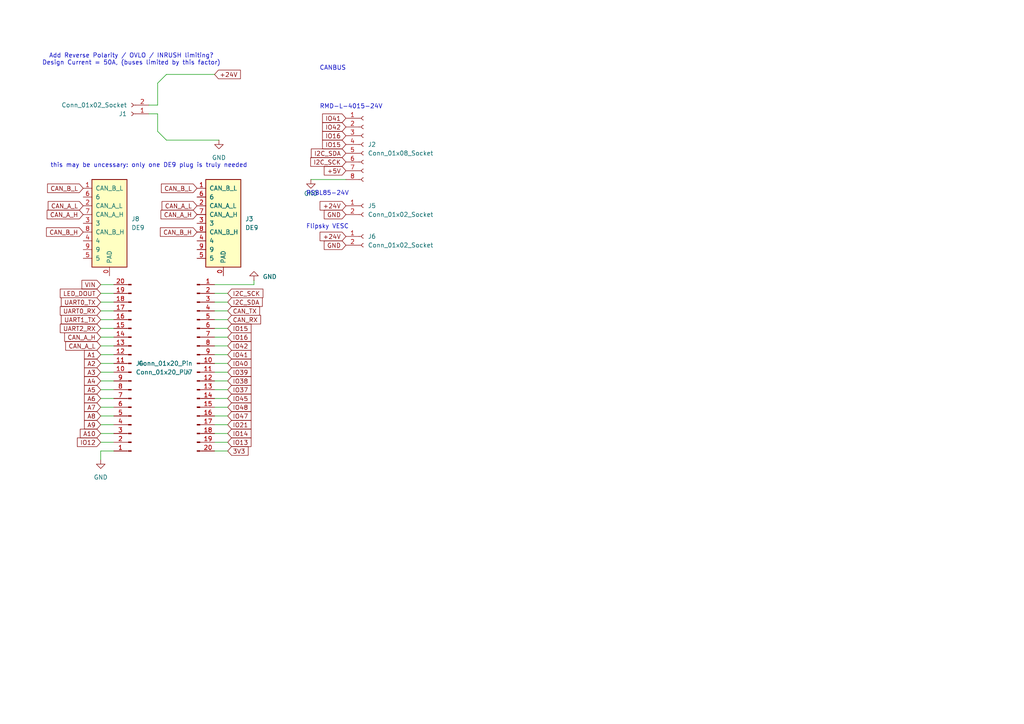
<source format=kicad_sch>
(kicad_sch (version 20250114) (generator "eeschema") (generator_version "9.0")
  (paper "A4")
  (lib_symbols
    (symbol "Connector:Conn_01x02_Socket" (pin_names (offset 1.016) (hide yes))
      (property "Reference" "J" (at 0 2.54 0))
      (property "Value" "Conn_01x02_Socket" (at 0 -5.08 0))
      (symbol "Conn_01x02_Socket_1_1"
        (polyline (pts (xy -1.27 0) (xy -0.508 0)) (stroke (width 0.1524)))
        (polyline (pts (xy -1.27 -2.54) (xy -0.508 -2.54)) (stroke (width 0.1524)))
        (arc (start 0 -0.508) (mid -0.5058 0) (end 0 0.508) (stroke (width 0.1524)))
        (arc (start 0 -3.048) (mid -0.5058 -2.54) (end 0 -2.032) (stroke (width 0.1524)))
        (pin passive line (at -5.08 0 0) (length 3.81) (name "Pin_1") (number "1"))
        (pin passive line (at -5.08 -2.54 0) (length 3.81) (name "Pin_2") (number "2"))
      )
    )
    (symbol "Connector:Conn_01x08_Socket" (pin_names (offset 1.016) (hide yes))
      (property "Reference" "J" (at 0 10.16 0))
      (property "Value" "Conn_01x08_Socket" (at 0 -12.7 0))
      (symbol "Conn_01x08_Socket_1_1"
        (polyline (pts (xy -1.27 7.62) (xy -0.508 7.62)) (stroke (width 0.1524)))
        (polyline (pts (xy -1.27 5.08) (xy -0.508 5.08)) (stroke (width 0.1524)))
        (polyline (pts (xy -1.27 2.54) (xy -0.508 2.54)) (stroke (width 0.1524)))
        (polyline (pts (xy -1.27 0) (xy -0.508 0)) (stroke (width 0.1524)))
        (polyline (pts (xy -1.27 -2.54) (xy -0.508 -2.54)) (stroke (width 0.1524)))
        (polyline (pts (xy -1.27 -5.08) (xy -0.508 -5.08)) (stroke (width 0.1524)))
        (polyline (pts (xy -1.27 -7.62) (xy -0.508 -7.62)) (stroke (width 0.1524)))
        (polyline (pts (xy -1.27 -10.16) (xy -0.508 -10.16)) (stroke (width 0.1524)))
        (arc (start 0 7.112) (mid -0.5058 7.62) (end 0 8.128) (stroke (width 0.1524)))
        (arc (start 0 4.572) (mid -0.5058 5.08) (end 0 5.588) (stroke (width 0.1524)))
        (arc (start 0 2.032) (mid -0.5058 2.54) (end 0 3.048) (stroke (width 0.1524)))
        (arc (start 0 -0.508) (mid -0.5058 0) (end 0 0.508) (stroke (width 0.1524)))
        (arc (start 0 -3.048) (mid -0.5058 -2.54) (end 0 -2.032) (stroke (width 0.1524)))
        (arc (start 0 -5.588) (mid -0.5058 -5.08) (end 0 -4.572) (stroke (width 0.1524)))
        (arc (start 0 -8.128) (mid -0.5058 -7.62) (end 0 -7.112) (stroke (width 0.1524)))
        (arc (start 0 -10.668) (mid -0.5058 -10.16) (end 0 -9.652) (stroke (width 0.1524)))
        (pin passive line (at -5.08 7.62 0) (length 3.81) (name "Pin_1") (number "1"))
        (pin passive line (at -5.08 5.08 0) (length 3.81) (name "Pin_2") (number "2"))
        (pin passive line (at -5.08 2.54 0) (length 3.81) (name "Pin_3") (number "3"))
        (pin passive line (at -5.08 0 0) (length 3.81) (name "Pin_4") (number "4"))
        (pin passive line (at -5.08 -2.54 0) (length 3.81) (name "Pin_5") (number "5"))
        (pin passive line (at -5.08 -5.08 0) (length 3.81) (name "Pin_6") (number "6"))
        (pin passive line (at -5.08 -7.62 0) (length 3.81) (name "Pin_7") (number "7"))
        (pin passive line (at -5.08 -10.16 0) (length 3.81) (name "Pin_8") (number "8"))
      )
    )
    (symbol "Connector:Conn_01x20_Pin" (pin_names (offset 1.016) (hide yes))
      (property "Reference" "J" (at 0 25.4 0))
      (property "Value" "Conn_01x20_Pin" (at 0 -27.94 0))
      (symbol "Conn_01x20_Pin_1_1"
        (rectangle (start 0.8636 22.987) (end 0 22.733) (stroke (width 0.1524)) (fill (type outline)))
        (rectangle (start 0.8636 20.447) (end 0 20.193) (stroke (width 0.1524)) (fill (type outline)))
        (rectangle (start 0.8636 17.907) (end 0 17.653) (stroke (width 0.1524)) (fill (type outline)))
        (rectangle (start 0.8636 15.367) (end 0 15.113) (stroke (width 0.1524)) (fill (type outline)))
        (rectangle (start 0.8636 12.827) (end 0 12.573) (stroke (width 0.1524)) (fill (type outline)))
        (rectangle (start 0.8636 10.287) (end 0 10.033) (stroke (width 0.1524)) (fill (type outline)))
        (rectangle (start 0.8636 7.747) (end 0 7.493) (stroke (width 0.1524)) (fill (type outline)))
        (rectangle (start 0.8636 5.207) (end 0 4.953) (stroke (width 0.1524)) (fill (type outline)))
        (rectangle (start 0.8636 2.667) (end 0 2.413) (stroke (width 0.1524)) (fill (type outline)))
        (rectangle (start 0.8636 0.127) (end 0 -0.127) (stroke (width 0.1524)) (fill (type outline)))
        (rectangle (start 0.8636 -2.413) (end 0 -2.667) (stroke (width 0.1524)) (fill (type outline)))
        (rectangle (start 0.8636 -4.953) (end 0 -5.207) (stroke (width 0.1524)) (fill (type outline)))
        (rectangle (start 0.8636 -7.493) (end 0 -7.747) (stroke (width 0.1524)) (fill (type outline)))
        (rectangle (start 0.8636 -10.033) (end 0 -10.287) (stroke (width 0.1524)) (fill (type outline)))
        (rectangle (start 0.8636 -12.573) (end 0 -12.827) (stroke (width 0.1524)) (fill (type outline)))
        (rectangle (start 0.8636 -15.113) (end 0 -15.367) (stroke (width 0.1524)) (fill (type outline)))
        (rectangle (start 0.8636 -17.653) (end 0 -17.907) (stroke (width 0.1524)) (fill (type outline)))
        (rectangle (start 0.8636 -20.193) (end 0 -20.447) (stroke (width 0.1524)) (fill (type outline)))
        (rectangle (start 0.8636 -22.733) (end 0 -22.987) (stroke (width 0.1524)) (fill (type outline)))
        (rectangle (start 0.8636 -25.273) (end 0 -25.527) (stroke (width 0.1524)) (fill (type outline)))
        (polyline (pts (xy 1.27 22.86) (xy 0.8636 22.86)) (stroke (width 0.1524)))
        (polyline (pts (xy 1.27 20.32) (xy 0.8636 20.32)) (stroke (width 0.1524)))
        (polyline (pts (xy 1.27 17.78) (xy 0.8636 17.78)) (stroke (width 0.1524)))
        (polyline (pts (xy 1.27 15.24) (xy 0.8636 15.24)) (stroke (width 0.1524)))
        (polyline (pts (xy 1.27 12.7) (xy 0.8636 12.7)) (stroke (width 0.1524)))
        (polyline (pts (xy 1.27 10.16) (xy 0.8636 10.16)) (stroke (width 0.1524)))
        (polyline (pts (xy 1.27 7.62) (xy 0.8636 7.62)) (stroke (width 0.1524)))
        (polyline (pts (xy 1.27 5.08) (xy 0.8636 5.08)) (stroke (width 0.1524)))
        (polyline (pts (xy 1.27 2.54) (xy 0.8636 2.54)) (stroke (width 0.1524)))
        (polyline (pts (xy 1.27 0) (xy 0.8636 0)) (stroke (width 0.1524)))
        (polyline (pts (xy 1.27 -2.54) (xy 0.8636 -2.54)) (stroke (width 0.1524)))
        (polyline (pts (xy 1.27 -5.08) (xy 0.8636 -5.08)) (stroke (width 0.1524)))
        (polyline (pts (xy 1.27 -7.62) (xy 0.8636 -7.62)) (stroke (width 0.1524)))
        (polyline (pts (xy 1.27 -10.16) (xy 0.8636 -10.16)) (stroke (width 0.1524)))
        (polyline (pts (xy 1.27 -12.7) (xy 0.8636 -12.7)) (stroke (width 0.1524)))
        (polyline (pts (xy 1.27 -15.24) (xy 0.8636 -15.24)) (stroke (width 0.1524)))
        (polyline (pts (xy 1.27 -17.78) (xy 0.8636 -17.78)) (stroke (width 0.1524)))
        (polyline (pts (xy 1.27 -20.32) (xy 0.8636 -20.32)) (stroke (width 0.1524)))
        (polyline (pts (xy 1.27 -22.86) (xy 0.8636 -22.86)) (stroke (width 0.1524)))
        (polyline (pts (xy 1.27 -25.4) (xy 0.8636 -25.4)) (stroke (width 0.1524)))
        (pin passive line (at 5.08 22.86 180) (length 3.81) (name "Pin_1") (number "1"))
        (pin passive line (at 5.08 20.32 180) (length 3.81) (name "Pin_2") (number "2"))
        (pin passive line (at 5.08 17.78 180) (length 3.81) (name "Pin_3") (number "3"))
        (pin passive line (at 5.08 15.24 180) (length 3.81) (name "Pin_4") (number "4"))
        (pin passive line (at 5.08 12.7 180) (length 3.81) (name "Pin_5") (number "5"))
        (pin passive line (at 5.08 10.16 180) (length 3.81) (name "Pin_6") (number "6"))
        (pin passive line (at 5.08 7.62 180) (length 3.81) (name "Pin_7") (number "7"))
        (pin passive line (at 5.08 5.08 180) (length 3.81) (name "Pin_8") (number "8"))
        (pin passive line (at 5.08 2.54 180) (length 3.81) (name "Pin_9") (number "9"))
        (pin passive line (at 5.08 0 180) (length 3.81) (name "Pin_10") (number "10"))
        (pin passive line (at 5.08 -2.54 180) (length 3.81) (name "Pin_11") (number "11"))
        (pin passive line (at 5.08 -5.08 180) (length 3.81) (name "Pin_12") (number "12"))
        (pin passive line (at 5.08 -7.62 180) (length 3.81) (name "Pin_13") (number "13"))
        (pin passive line (at 5.08 -10.16 180) (length 3.81) (name "Pin_14") (number "14"))
        (pin passive line (at 5.08 -12.7 180) (length 3.81) (name "Pin_15") (number "15"))
        (pin passive line (at 5.08 -15.24 180) (length 3.81) (name "Pin_16") (number "16"))
        (pin passive line (at 5.08 -17.78 180) (length 3.81) (name "Pin_17") (number "17"))
        (pin passive line (at 5.08 -20.32 180) (length 3.81) (name "Pin_18") (number "18"))
        (pin passive line (at 5.08 -22.86 180) (length 3.81) (name "Pin_19") (number "19"))
        (pin passive line (at 5.08 -25.4 180) (length 3.81) (name "Pin_20") (number "20"))
      )
    )
    (symbol "Manufacturer_Connectors:A-DF_09_A/KG-T2S" (pin_names (offset 1.016))
      (property "Reference" "J" (at 0 16.51 0))
      (property "Value" "DE9" (at 0 14.605 0))
      (symbol "A-DF_09_A/KG-T2S_0_1"
        (polyline (pts (xy -5.08 12.7) (xy -5.08 -12.7) (xy 5.08 -12.7) (xy 5.08 12.7) (xy -5.08 12.7)) (stroke (width 0.254)) (fill (type background)))
      )
      (symbol "A-DF_09_A/KG-T2S_1_1"
        (pin passive line (at -7.62 10.16 0) (length 2.54) (name "1") (number "1") (alternate "CAN_B_L" passive line))
        (pin passive line (at -7.62 7.62 0) (length 2.54) (name "6") (number "6"))
        (pin passive line (at -7.62 5.08 0) (length 2.54) (name "2") (number "2") (alternate "CAN_A_L" passive line))
        (pin passive line (at -7.62 2.54 0) (length 2.54) (name "7") (number "7") (alternate "CAN_A_H" passive line))
        (pin passive line (at -7.62 0 0) (length 2.54) (name "3") (number "3"))
        (pin passive line (at -7.62 -2.54 0) (length 2.54) (name "8") (number "8") (alternate "CAN_B_H" passive line))
        (pin passive line (at -7.62 -5.08 0) (length 2.54) (name "4") (number "4"))
        (pin passive line (at -7.62 -7.62 0) (length 2.54) (name "9") (number "9"))
        (pin passive line (at -7.62 -10.16 0) (length 2.54) (name "5") (number "5"))
        (pin passive line (at 0 -15.24 90) (length 2.54) (name "PAD") (number "0"))
      )
    )
    (symbol "power:GND" (power) (pin_numbers (hide yes)) (pin_names (offset 0) (hide yes))
      (property "Value" "GND" (at 0 -3.81 0))
      (symbol "GND_0_1"
        (polyline (pts (xy 0 0) (xy 0 -1.27) (xy 1.27 -1.27) (xy 0 -2.54) (xy -1.27 -1.27) (xy 0 -1.27)))
      )
      (symbol "GND_1_1"
        (pin power_in line (at 0 0 270) (length 0) (name "~") (number "1"))
      )
    )
  )
  (text "this may be uncessary: only one DE9 plug is truly needed\n" (at 43.18 48.006 0) (effects (font (size 1.27 1.27))))
  (text "RMD-L-4015-24V\n" (at 101.854 30.988 0) (effects (font (size 1.27 1.27))))
  (text "Add Reverse Polarity / OVLO / INRUSH limiting?\nDesign Current = 50A, (buses limited by this factor)\n" (at 38.1 17.272 0) (effects (font (size 1.27 1.27))))
  (text "Flipsky VESC" (at 94.996 65.786 0) (effects (font (size 1.27 1.27))))
  (text "CANBUS\n" (at 96.52 19.812 0) (effects (font (size 1.27 1.27))))
  (text "RSBL85-24V" (at 94.996 56.134 0) (effects (font (size 1.27 1.27))))
  (bus_entry (at 45.72 38.1) (size 2.54 2.54))
  (bus_entry (at 48.26 21.59) (size -2.54 2.54))
  (wire (pts (xy 29.21 82.55) (xy 33.02 82.55)))
  (wire (pts (xy 29.21 130.81) (xy 33.02 130.81)))
  (wire (pts (xy 29.21 90.17) (xy 33.02 90.17)))
  (wire (pts (xy 66.04 105.41) (xy 62.23 105.41)))
  (wire (pts (xy 66.04 102.87) (xy 62.23 102.87)))
  (wire (pts (xy 29.21 125.73) (xy 33.02 125.73)))
  (wire (pts (xy 66.04 128.27) (xy 62.23 128.27)))
  (wire (pts (xy 66.04 123.19) (xy 62.23 123.19)))
  (wire (pts (xy 29.21 115.57) (xy 33.02 115.57)))
  (wire (pts (xy 66.04 100.33) (xy 62.23 100.33)))
  (wire (pts (xy 29.21 85.09) (xy 33.02 85.09)))
  (wire (pts (xy 73.66 81.28) (xy 73.66 82.55)))
  (wire (pts (xy 48.26 21.59) (xy 62.23 21.59)))
  (wire (pts (xy 66.04 87.63) (xy 62.23 87.63)))
  (wire (pts (xy 29.21 100.33) (xy 33.02 100.33)))
  (wire (pts (xy 66.04 125.73) (xy 62.23 125.73)))
  (wire (pts (xy 66.04 120.65) (xy 62.23 120.65)))
  (wire (pts (xy 45.72 24.13) (xy 45.72 30.48)))
  (wire (pts (xy 29.21 120.65) (xy 33.02 120.65)))
  (wire (pts (xy 48.26 40.64) (xy 63.5 40.64)))
  (wire (pts (xy 29.21 105.41) (xy 33.02 105.41)))
  (wire (pts (xy 66.04 130.81) (xy 62.23 130.81)))
  (wire (pts (xy 29.21 95.25) (xy 33.02 95.25)))
  (wire (pts (xy 43.18 33.02) (xy 45.72 33.02)))
  (wire (pts (xy 66.04 95.25) (xy 62.23 95.25)))
  (wire (pts (xy 29.21 92.71) (xy 33.02 92.71)))
  (wire (pts (xy 29.21 118.11) (xy 33.02 118.11)))
  (wire (pts (xy 45.72 33.02) (xy 45.72 38.1)))
  (wire (pts (xy 29.21 97.79) (xy 33.02 97.79)))
  (wire (pts (xy 29.21 87.63) (xy 33.02 87.63)))
  (wire (pts (xy 66.04 90.17) (xy 62.23 90.17)))
  (wire (pts (xy 29.21 102.87) (xy 33.02 102.87)))
  (wire (pts (xy 43.18 30.48) (xy 45.72 30.48)))
  (wire (pts (xy 29.21 130.81) (xy 29.21 133.35)))
  (wire (pts (xy 66.04 113.03) (xy 62.23 113.03)))
  (wire (pts (xy 66.04 92.71) (xy 62.23 92.71)))
  (wire (pts (xy 29.21 107.95) (xy 33.02 107.95)))
  (wire (pts (xy 66.04 97.79) (xy 62.23 97.79)))
  (wire (pts (xy 66.04 107.95) (xy 62.23 107.95)))
  (wire (pts (xy 66.04 118.11) (xy 62.23 118.11)))
  (wire (pts (xy 29.21 128.27) (xy 33.02 128.27)))
  (wire (pts (xy 66.04 85.09) (xy 62.23 85.09)))
  (wire (pts (xy 66.04 115.57) (xy 62.23 115.57)))
  (wire (pts (xy 29.21 113.03) (xy 33.02 113.03)))
  (wire (pts (xy 66.04 110.49) (xy 62.23 110.49)))
  (wire (pts (xy 90.17 52.07) (xy 100.33 52.07)))
  (wire (pts (xy 29.21 123.19) (xy 33.02 123.19)))
  (wire (pts (xy 62.23 82.55) (xy 73.66 82.55)))
  (wire (pts (xy 29.21 110.49) (xy 33.02 110.49)))
  (global_label "IO38" (shape input) (at 66.04 110.49 0) (property "Intersheetrefs" "${INTERSHEET_REFS}" (effects (hide yes))))
  (global_label "IO15" (shape input) (at 66.04 95.25 0) (property "Intersheetrefs" "${INTERSHEET_REFS}" (effects (hide yes))))
  (global_label "UART2_RX" (shape input) (at 29.21 95.25 180) (property "Intersheetrefs" "${INTERSHEET_REFS}" (effects (hide yes))))
  (global_label "A10" (shape input) (at 29.21 125.73 180) (property "Intersheetrefs" "${INTERSHEET_REFS}" (effects (hide yes))))
  (global_label "+24V" (shape input) (at 100.33 59.69 180) (property "Intersheetrefs" "${INTERSHEET_REFS}" (effects (hide yes))))
  (global_label "IO41" (shape input) (at 66.04 102.87 0) (property "Intersheetrefs" "${INTERSHEET_REFS}" (effects (hide yes))))
  (global_label "CAN_A_H" (shape input) (at 24.13 62.23 180) (property "Intersheetrefs" "${INTERSHEET_REFS}" (effects (hide yes))))
  (global_label "A6" (shape input) (at 29.21 115.57 180) (property "Intersheetrefs" "${INTERSHEET_REFS}" (effects (hide yes))))
  (global_label "GND" (shape input) (at 100.33 71.12 180) (property "Intersheetrefs" "${INTERSHEET_REFS}" (effects (hide yes))))
  (global_label "CAN_A_L" (shape input) (at 24.13 59.69 180) (property "Intersheetrefs" "${INTERSHEET_REFS}" (effects (hide yes))))
  (global_label "A2" (shape input) (at 29.21 105.41 180) (property "Intersheetrefs" "${INTERSHEET_REFS}" (effects (hide yes))))
  (global_label "+5V" (shape input) (at 100.33 49.53 180) (property "Intersheetrefs" "${INTERSHEET_REFS}" (effects (hide yes))))
  (global_label "IO39" (shape input) (at 66.04 107.95 0) (property "Intersheetrefs" "${INTERSHEET_REFS}" (effects (hide yes))))
  (global_label "I2C_SCK" (shape input) (at 100.33 46.99 180) (property "Intersheetrefs" "${INTERSHEET_REFS}" (effects (hide yes))))
  (global_label "I2C_SDA" (shape input) (at 66.04 87.63 0) (property "Intersheetrefs" "${INTERSHEET_REFS}" (effects (hide yes))))
  (global_label "IO12" (shape input) (at 29.21 128.27 180) (property "Intersheetrefs" "${INTERSHEET_REFS}" (effects (hide yes))))
  (global_label "CAN_RX" (shape input) (at 66.04 92.71 0) (property "Intersheetrefs" "${INTERSHEET_REFS}" (effects (hide yes))))
  (global_label "IO47" (shape input) (at 66.04 120.65 0) (property "Intersheetrefs" "${INTERSHEET_REFS}" (effects (hide yes))))
  (global_label "IO48" (shape input) (at 66.04 118.11 0) (property "Intersheetrefs" "${INTERSHEET_REFS}" (effects (hide yes))))
  (global_label "UART0_TX" (shape input) (at 29.21 87.63 180) (property "Intersheetrefs" "${INTERSHEET_REFS}" (effects (hide yes))))
  (global_label "CAN_A_L" (shape input) (at 57.15 59.69 180) (property "Intersheetrefs" "${INTERSHEET_REFS}" (effects (hide yes))))
  (global_label "+24V" (shape input) (at 62.23 21.59 0) (property "Intersheetrefs" "${INTERSHEET_REFS}" (effects (hide yes))))
  (global_label "LED_DOUT" (shape input) (at 29.21 85.09 180) (property "Intersheetrefs" "${INTERSHEET_REFS}" (effects (hide yes))))
  (global_label "IO15" (shape input) (at 100.33 41.91 180) (property "Intersheetrefs" "${INTERSHEET_REFS}" (effects (hide yes))))
  (global_label "IO41" (shape input) (at 100.33 34.29 180) (property "Intersheetrefs" "${INTERSHEET_REFS}" (effects (hide yes))))
  (global_label "CAN_A_H" (shape input) (at 29.21 97.79 180) (property "Intersheetrefs" "${INTERSHEET_REFS}" (effects (hide yes))))
  (global_label "IO42" (shape input) (at 100.33 36.83 180) (property "Intersheetrefs" "${INTERSHEET_REFS}" (effects (hide yes))))
  (global_label "I2C_SDA" (shape input) (at 100.33 44.45 180) (property "Intersheetrefs" "${INTERSHEET_REFS}" (effects (hide yes))))
  (global_label "+24V" (shape input) (at 100.33 68.58 180) (property "Intersheetrefs" "${INTERSHEET_REFS}" (effects (hide yes))))
  (global_label "3V3" (shape input) (at 66.04 130.81 0) (property "Intersheetrefs" "${INTERSHEET_REFS}" (effects (hide yes))))
  (global_label "CAN_B_H" (shape input) (at 57.15 67.31 180) (property "Intersheetrefs" "${INTERSHEET_REFS}" (effects (hide yes))))
  (global_label "CAN_A_L" (shape input) (at 29.21 100.33 180) (property "Intersheetrefs" "${INTERSHEET_REFS}" (effects (hide yes))))
  (global_label "A9" (shape input) (at 29.21 123.19 180) (property "Intersheetrefs" "${INTERSHEET_REFS}" (effects (hide yes))))
  (global_label "IO14" (shape input) (at 66.04 125.73 0) (property "Intersheetrefs" "${INTERSHEET_REFS}" (effects (hide yes))))
  (global_label "IO21" (shape input) (at 66.04 123.19 0) (property "Intersheetrefs" "${INTERSHEET_REFS}" (effects (hide yes))))
  (global_label "A3" (shape input) (at 29.21 107.95 180) (property "Intersheetrefs" "${INTERSHEET_REFS}" (effects (hide yes))))
  (global_label "GND" (shape input) (at 100.33 62.23 180) (property "Intersheetrefs" "${INTERSHEET_REFS}" (effects (hide yes))))
  (global_label "VIN" (shape input) (at 29.21 82.55 180) (property "Intersheetrefs" "${INTERSHEET_REFS}" (effects (hide yes))))
  (global_label "IO13" (shape input) (at 66.04 128.27 0) (property "Intersheetrefs" "${INTERSHEET_REFS}" (effects (hide yes))))
  (global_label "A5" (shape input) (at 29.21 113.03 180) (property "Intersheetrefs" "${INTERSHEET_REFS}" (effects (hide yes))))
  (global_label "UART1_TX" (shape input) (at 29.21 92.71 180) (property "Intersheetrefs" "${INTERSHEET_REFS}" (effects (hide yes))))
  (global_label "CAN_A_H" (shape input) (at 57.15 62.23 180) (property "Intersheetrefs" "${INTERSHEET_REFS}" (effects (hide yes))))
  (global_label "A1" (shape input) (at 29.21 102.87 180) (property "Intersheetrefs" "${INTERSHEET_REFS}" (effects (hide yes))))
  (global_label "CAN_B_H" (shape input) (at 24.13 67.31 180) (property "Intersheetrefs" "${INTERSHEET_REFS}" (effects (hide yes))))
  (global_label "CAN_TX" (shape input) (at 66.04 90.17 0) (property "Intersheetrefs" "${INTERSHEET_REFS}" (effects (hide yes))))
  (global_label "IO40" (shape input) (at 66.04 105.41 0) (property "Intersheetrefs" "${INTERSHEET_REFS}" (effects (hide yes))))
  (global_label "CAN_B_L" (shape input) (at 24.13 54.61 180) (property "Intersheetrefs" "${INTERSHEET_REFS}" (effects (hide yes))))
  (global_label "IO16" (shape input) (at 100.33 39.37 180) (property "Intersheetrefs" "${INTERSHEET_REFS}" (effects (hide yes))))
  (global_label "IO42" (shape input) (at 66.04 100.33 0) (property "Intersheetrefs" "${INTERSHEET_REFS}" (effects (hide yes))))
  (global_label "IO45" (shape input) (at 66.04 115.57 0) (property "Intersheetrefs" "${INTERSHEET_REFS}" (effects (hide yes))))
  (global_label "A4" (shape input) (at 29.21 110.49 180) (property "Intersheetrefs" "${INTERSHEET_REFS}" (effects (hide yes))))
  (global_label "IO37" (shape input) (at 66.04 113.03 0) (property "Intersheetrefs" "${INTERSHEET_REFS}" (effects (hide yes))))
  (global_label "IO16" (shape input) (at 66.04 97.79 0) (property "Intersheetrefs" "${INTERSHEET_REFS}" (effects (hide yes))))
  (global_label "A7" (shape input) (at 29.21 118.11 180) (property "Intersheetrefs" "${INTERSHEET_REFS}" (effects (hide yes))))
  (global_label "I2C_SCK" (shape input) (at 66.04 85.09 0) (property "Intersheetrefs" "${INTERSHEET_REFS}" (effects (hide yes))))
  (global_label "UART0_RX" (shape input) (at 29.21 90.17 180) (property "Intersheetrefs" "${INTERSHEET_REFS}" (effects (hide yes))))
  (global_label "A8" (shape input) (at 29.21 120.65 180) (property "Intersheetrefs" "${INTERSHEET_REFS}" (effects (hide yes))))
  (global_label "CAN_B_L" (shape input) (at 57.15 54.61 180) (property "Intersheetrefs" "${INTERSHEET_REFS}" (effects (hide yes))))
  (symbol (lib_id "power:GND") (at 73.66 81.28 180) (unit 1)
    (property "Reference" "#PWR03" (effects (hide yes)))
    (property "Value" "GND" (at 78.232 80.264 0))
    (property "Description" "Power symbol creates a global label with name \"GND\" , ground" (effects (hide yes)))
  )
  (symbol (lib_id "Connector:Conn_01x20_Pin") (at 57.15 105.41 0) (unit 1)
    (property "Reference" "J7" (at 55.88 107.9501 0) (effects (justify right)))
    (property "Value" "Conn_01x20_Pin" (at 55.88 105.4101 0) (effects (justify right)))
    (property "Footprint" "Connector_PinHeader_2.54mm:PinHeader_1x20_P2.54mm_Vertical" (effects (hide yes)))
    (property "Description" "Generic connector, single row, 01x20, script generated" (effects (hide yes)))
  )
  (symbol (lib_id "Connector:Conn_01x02_Socket") (at 105.41 68.58 0) (unit 1)
    (property "Reference" "J6" (at 106.68 68.5799 0) (effects (justify left)))
    (property "Value" "Conn_01x02_Socket" (at 106.68 71.1199 0) (effects (justify left)))
    (property "Footprint" "Connector_AMASS:AMASS_XT90PW-M_1x02_P10.90mm_Horizontal" (effects (hide yes)))
    (property "Description" "Generic connector, single row, 01x02, script generated" (effects (hide yes)))
  )
  (symbol (lib_id "power:GND") (at 90.17 52.07 0) (unit 1)
    (property "Reference" "#PWR04" (effects (hide yes)))
    (property "Value" "GND" (at 90.17 56.134 0))
    (property "Description" "Power symbol creates a global label with name \"GND\" , ground" (effects (hide yes)))
  )
  (symbol (lib_id "Connector:Conn_01x02_Socket") (at 105.41 59.69 0) (unit 1)
    (property "Reference" "J5" (at 106.68 59.6899 0) (effects (justify left)))
    (property "Value" "Conn_01x02_Socket" (at 106.68 62.2299 0) (effects (justify left)))
    (property "Footprint" "Connector_AMASS:AMASS_XT90PW-M_1x02_P10.90mm_Horizontal" (effects (hide yes)))
    (property "Description" "Generic connector, single row, 01x02, script generated" (effects (hide yes)))
  )
  (symbol (lib_id "Manufacturer_Connectors:A-DF_09_A/KG-T2S") (at 31.75 64.77 0) (unit 1)
    (property "Reference" "J8" (at 38.1 63.4999 0) (effects (justify left)))
    (property "Value" "DE9" (at 38.1 66.0399 0) (effects (justify left)))
    (property "Footprint" "THT:A-DF_09_A_KG-T2S" (effects (hide yes)))
    (property "Datasheet" "http://www.assmann-wsw.com/uploads/datasheets/ASS_4888_CO.pdf" (effects (hide yes)))
    (property "Description" "9-pin D-SUB connector, socket (female), Mounting Hole" (effects (hide yes)))
    (property "Supplier" "DigiKey" (effects (hide yes)))
    (property "Supplier Part No" "AE10921-ND" (effects (hide yes)))
    (property "Supplier Link" "https://www.digikey.com.au/en/products/detail/assmann-wsw-components/A-DF-09-A-KG-T2S/1241800" (effects (hide yes)))
    (pin "2" (alternate "CAN_A_L"))
    (pin "7" (alternate "CAN_A_H"))
    (pin "1" (alternate "CAN_B_L"))
    (pin "8" (alternate "CAN_B_H"))
  )
  (symbol (lib_id "Connector:Conn_01x20_Pin") (at 38.1 107.95 180) (unit 1)
    (property "Reference" "J4" (at 39.37 105.4099 0) (effects (justify right)))
    (property "Value" "Conn_01x20_Pin" (at 39.37 107.9499 0) (effects (justify right)))
    (property "Footprint" "Connector_PinHeader_2.54mm:PinHeader_1x20_P2.54mm_Vertical" (effects (hide yes)))
    (property "Description" "Generic connector, single row, 01x20, script generated" (effects (hide yes)))
  )
  (symbol (lib_id "power:GND") (at 29.21 133.35 0) (unit 1)
    (property "Reference" "#PWR02" (effects (hide yes)))
    (property "Value" "GND" (at 29.21 138.43 0))
    (property "Description" "Power symbol creates a global label with name \"GND\" , ground" (effects (hide yes)))
  )
  (symbol (lib_id "Manufacturer_Connectors:A-DF_09_A/KG-T2S") (at 64.77 64.77 0) (unit 1)
    (property "Reference" "J3" (at 71.12 63.4999 0) (effects (justify left)))
    (property "Value" "DE9" (at 71.12 66.0399 0) (effects (justify left)))
    (property "Footprint" "THT:A-DF_09_A_KG-T2S" (effects (hide yes)))
    (property "Datasheet" "http://www.assmann-wsw.com/uploads/datasheets/ASS_4888_CO.pdf" (effects (hide yes)))
    (property "Description" "9-pin D-SUB connector, socket (female), Mounting Hole" (effects (hide yes)))
    (property "Supplier" "DigiKey" (effects (hide yes)))
    (property "Supplier Part No" "AE10921-ND" (effects (hide yes)))
    (property "Supplier Link" "https://www.digikey.com.au/en/products/detail/assmann-wsw-components/A-DF-09-A-KG-T2S/1241800" (effects (hide yes)))
    (pin "2" (alternate "CAN_A_L"))
    (pin "7" (alternate "CAN_A_H"))
    (pin "1" (alternate "CAN_B_L"))
    (pin "8" (alternate "CAN_B_H"))
  )
  (symbol (lib_id "power:GND") (at 63.5 40.64 0) (unit 1)
    (property "Reference" "#PWR01" (effects (hide yes)))
    (property "Value" "GND" (at 63.5 45.72 0))
    (property "Description" "Power symbol creates a global label with name \"GND\" , ground" (effects (hide yes)))
  )
  (symbol (lib_id "Connector:Conn_01x08_Socket") (at 105.41 41.91 0) (unit 1)
    (property "Reference" "J2" (at 106.68 41.9099 0) (effects (justify left)))
    (property "Value" "Conn_01x08_Socket" (at 106.68 44.4499 0) (effects (justify left)))
    (property "Footprint" "Connector_JST:JST_EH_B8B-EH-A_1x08_P2.50mm_Vertical" (effects (hide yes)))
    (property "Description" "Generic connector, single row, 01x08, script generated" (effects (hide yes)))
  )
  (symbol (lib_id "Connector:Conn_01x02_Socket") (at 38.1 33.02 180) (unit 1)
    (property "Reference" "J1" (at 36.83 33.0201 0) (effects (justify left)))
    (property "Value" "Conn_01x02_Socket" (at 36.83 30.4801 0) (effects (justify left)))
    (property "Footprint" "Connector_AMASS:AMASS_XT90PW-M_1x02_P10.90mm_Horizontal" (effects (hide yes)))
    (property "Description" "Generic connector, single row, 01x02, script generated" (effects (hide yes)))
  )
)
</source>
